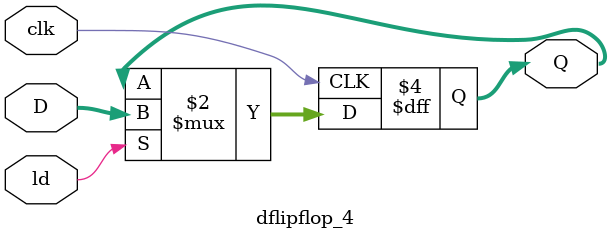
<source format=v>
module dflipflop_4(output reg [3:0] Q, input [3:0] D, input clk, ld);
    always @(posedge clk)
        if(ld)
            Q <= D;
endmodule

</source>
